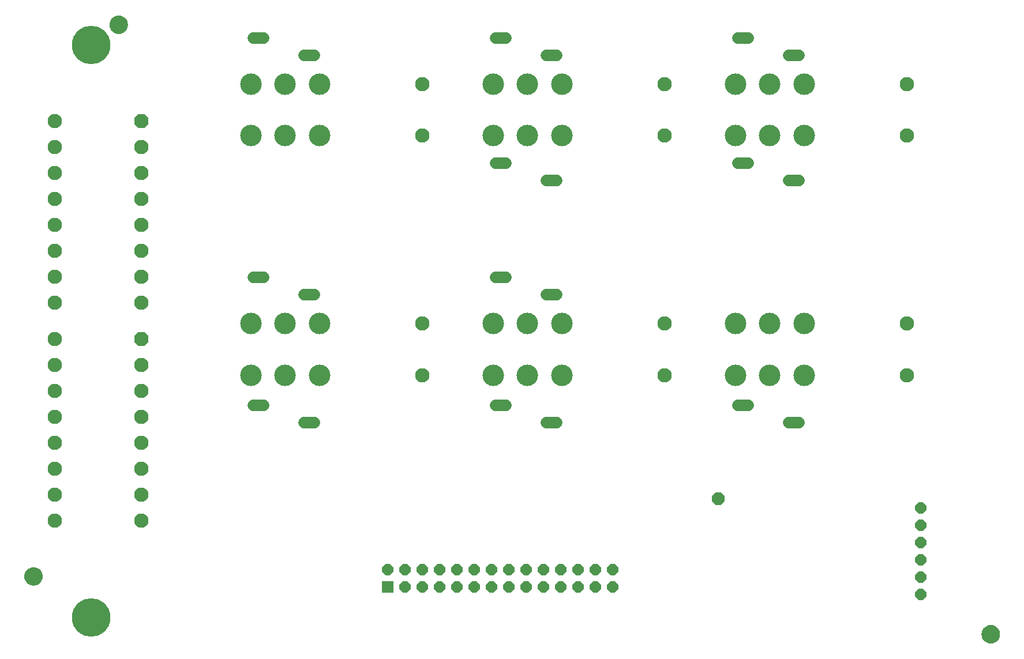
<source format=gbs>
G75*
%MOIN*%
%OFA0B0*%
%FSLAX25Y25*%
%IPPOS*%
%LPD*%
%AMOC8*
5,1,8,0,0,1.08239X$1,22.5*
%
%ADD10C,0.13198*%
%ADD11OC8,0.06506*%
%ADD12R,0.06506X0.06506*%
%ADD13C,0.00500*%
%ADD14C,0.12411*%
%ADD15C,0.08277*%
%ADD16C,0.06600*%
%ADD17OC8,0.08277*%
%ADD18OC8,0.07096*%
%ADD19C,0.22254*%
D10*
X0137995Y0087673D03*
X0137995Y0418382D03*
D11*
X0309333Y0115232D03*
X0319333Y0115232D03*
X0329333Y0115232D03*
X0339333Y0115232D03*
X0349333Y0115232D03*
X0359333Y0115232D03*
X0369333Y0115232D03*
X0379333Y0115232D03*
X0389333Y0115232D03*
X0399333Y0115232D03*
X0409333Y0115232D03*
X0419333Y0115232D03*
X0429333Y0115232D03*
X0439333Y0115232D03*
X0439333Y0105232D03*
X0429333Y0105232D03*
X0419333Y0105232D03*
X0409333Y0105232D03*
X0399333Y0105232D03*
X0389333Y0105232D03*
X0379333Y0105232D03*
X0369333Y0105232D03*
X0359333Y0105232D03*
X0349333Y0105232D03*
X0339333Y0105232D03*
X0329333Y0105232D03*
X0319333Y0105232D03*
X0617188Y0100770D03*
X0617188Y0110770D03*
X0617188Y0120770D03*
X0617188Y0130770D03*
X0617188Y0140770D03*
X0617188Y0150770D03*
D12*
X0309333Y0105232D03*
D13*
X0109530Y0111295D02*
X0109454Y0110427D01*
X0109229Y0109585D01*
X0108860Y0108795D01*
X0108360Y0108081D01*
X0107744Y0107465D01*
X0107030Y0106965D01*
X0106240Y0106597D01*
X0105398Y0106371D01*
X0104530Y0106295D01*
X0103662Y0106371D01*
X0102820Y0106597D01*
X0102030Y0106965D01*
X0101316Y0107465D01*
X0100700Y0108081D01*
X0100200Y0108795D01*
X0099832Y0109585D01*
X0099606Y0110427D01*
X0099530Y0111295D01*
X0099606Y0112164D01*
X0099832Y0113005D01*
X0100200Y0113795D01*
X0100700Y0114509D01*
X0101316Y0115125D01*
X0102030Y0115625D01*
X0102820Y0115994D01*
X0103662Y0116219D01*
X0104530Y0116295D01*
X0105398Y0116219D01*
X0106240Y0115994D01*
X0107030Y0115625D01*
X0107744Y0115125D01*
X0108360Y0114509D01*
X0108860Y0113795D01*
X0109229Y0113005D01*
X0109454Y0112164D01*
X0109530Y0111295D01*
X0109522Y0111384D02*
X0099538Y0111384D01*
X0099566Y0110886D02*
X0109494Y0110886D01*
X0109444Y0110387D02*
X0099617Y0110387D01*
X0099750Y0109889D02*
X0109310Y0109889D01*
X0109138Y0109390D02*
X0099923Y0109390D01*
X0100155Y0108892D02*
X0108905Y0108892D01*
X0108579Y0108393D02*
X0100482Y0108393D01*
X0100887Y0107895D02*
X0108174Y0107895D01*
X0107646Y0107396D02*
X0101415Y0107396D01*
X0102175Y0106898D02*
X0106885Y0106898D01*
X0105502Y0106399D02*
X0103558Y0106399D01*
X0099582Y0111883D02*
X0109479Y0111883D01*
X0109396Y0112381D02*
X0099664Y0112381D01*
X0099798Y0112880D02*
X0109262Y0112880D01*
X0109055Y0113378D02*
X0100006Y0113378D01*
X0100257Y0113877D02*
X0108803Y0113877D01*
X0108454Y0114375D02*
X0100606Y0114375D01*
X0101065Y0114874D02*
X0107996Y0114874D01*
X0107392Y0115372D02*
X0101669Y0115372D01*
X0102556Y0115871D02*
X0106504Y0115871D01*
X0152875Y0425269D02*
X0152033Y0425494D01*
X0151243Y0425863D01*
X0150529Y0426363D01*
X0149913Y0426979D01*
X0149413Y0427693D01*
X0149044Y0428483D01*
X0148819Y0429325D01*
X0148743Y0430193D01*
X0148819Y0431061D01*
X0149044Y0431903D01*
X0149413Y0432693D01*
X0149913Y0433407D01*
X0150529Y0434023D01*
X0151243Y0434523D01*
X0152033Y0434891D01*
X0152875Y0435117D01*
X0153743Y0435193D01*
X0154611Y0435117D01*
X0155453Y0434891D01*
X0156243Y0434523D01*
X0156957Y0434023D01*
X0157573Y0433407D01*
X0158073Y0432693D01*
X0158441Y0431903D01*
X0158667Y0431061D01*
X0158743Y0430193D01*
X0158667Y0429325D01*
X0158441Y0428483D01*
X0158073Y0427693D01*
X0157573Y0426979D01*
X0156957Y0426363D01*
X0156243Y0425863D01*
X0155453Y0425494D01*
X0154611Y0425269D01*
X0153743Y0425193D01*
X0152875Y0425269D01*
X0152212Y0425446D02*
X0155273Y0425446D01*
X0156360Y0425945D02*
X0151126Y0425945D01*
X0150448Y0426443D02*
X0157037Y0426443D01*
X0157536Y0426942D02*
X0149950Y0426942D01*
X0149589Y0427440D02*
X0157896Y0427440D01*
X0158188Y0427939D02*
X0149298Y0427939D01*
X0149065Y0428437D02*
X0158420Y0428437D01*
X0158563Y0428936D02*
X0148923Y0428936D01*
X0148809Y0429434D02*
X0158676Y0429434D01*
X0158720Y0429933D02*
X0148766Y0429933D01*
X0148764Y0430431D02*
X0158722Y0430431D01*
X0158678Y0430930D02*
X0148807Y0430930D01*
X0148917Y0431428D02*
X0158568Y0431428D01*
X0158430Y0431927D02*
X0149055Y0431927D01*
X0149288Y0432426D02*
X0158198Y0432426D01*
X0157911Y0432924D02*
X0149574Y0432924D01*
X0149928Y0433423D02*
X0157557Y0433423D01*
X0157059Y0433921D02*
X0150427Y0433921D01*
X0151095Y0434420D02*
X0156391Y0434420D01*
X0155353Y0434918D02*
X0152132Y0434918D01*
X0653850Y0081045D02*
X0654466Y0081661D01*
X0655180Y0082161D01*
X0655970Y0082529D01*
X0656812Y0082755D01*
X0657680Y0082831D01*
X0658548Y0082755D01*
X0659390Y0082529D01*
X0660180Y0082161D01*
X0660894Y0081661D01*
X0661510Y0081045D01*
X0662010Y0080331D01*
X0662378Y0079541D01*
X0662604Y0078699D01*
X0662680Y0077831D01*
X0662604Y0076962D01*
X0662378Y0076121D01*
X0662010Y0075331D01*
X0661510Y0074617D01*
X0660894Y0074000D01*
X0660180Y0073501D01*
X0659390Y0073132D01*
X0658548Y0072907D01*
X0657680Y0072831D01*
X0656812Y0072907D01*
X0655970Y0073132D01*
X0655180Y0073501D01*
X0654466Y0074000D01*
X0653850Y0074617D01*
X0653350Y0075331D01*
X0652981Y0076121D01*
X0652756Y0076962D01*
X0652680Y0077831D01*
X0652756Y0078699D01*
X0652981Y0079541D01*
X0653350Y0080331D01*
X0653850Y0081045D01*
X0653801Y0080975D02*
X0661559Y0080975D01*
X0661908Y0080477D02*
X0653452Y0080477D01*
X0653185Y0079978D02*
X0662174Y0079978D01*
X0662395Y0079479D02*
X0652965Y0079479D01*
X0652831Y0078981D02*
X0662528Y0078981D01*
X0662623Y0078482D02*
X0652737Y0078482D01*
X0652693Y0077984D02*
X0662666Y0077984D01*
X0662650Y0077485D02*
X0652710Y0077485D01*
X0652754Y0076987D02*
X0662606Y0076987D01*
X0662477Y0076488D02*
X0652883Y0076488D01*
X0653042Y0075990D02*
X0662317Y0075990D01*
X0662085Y0075491D02*
X0653275Y0075491D01*
X0653586Y0074993D02*
X0661773Y0074993D01*
X0661388Y0074494D02*
X0653972Y0074494D01*
X0654472Y0073996D02*
X0660887Y0073996D01*
X0660173Y0073497D02*
X0655187Y0073497D01*
X0656468Y0072999D02*
X0658892Y0072999D01*
X0661081Y0081474D02*
X0654278Y0081474D01*
X0654910Y0081972D02*
X0660449Y0081972D01*
X0659516Y0082471D02*
X0655844Y0082471D01*
D14*
X0549766Y0227638D03*
X0529924Y0227638D03*
X0510081Y0227638D03*
X0510081Y0257402D03*
X0529924Y0257402D03*
X0549766Y0257402D03*
X0409766Y0257402D03*
X0389924Y0257402D03*
X0370081Y0257402D03*
X0370081Y0227638D03*
X0389924Y0227638D03*
X0409766Y0227638D03*
X0269766Y0227638D03*
X0249924Y0227638D03*
X0230081Y0227638D03*
X0230081Y0257402D03*
X0249924Y0257402D03*
X0269766Y0257402D03*
X0269766Y0366138D03*
X0249924Y0366138D03*
X0230081Y0366138D03*
X0230081Y0395902D03*
X0249924Y0395902D03*
X0269766Y0395902D03*
X0370081Y0395902D03*
X0389924Y0395902D03*
X0409766Y0395902D03*
X0409766Y0366138D03*
X0389924Y0366138D03*
X0370081Y0366138D03*
X0510081Y0366138D03*
X0529924Y0366138D03*
X0549766Y0366138D03*
X0549766Y0395902D03*
X0529924Y0395902D03*
X0510081Y0395902D03*
D15*
X0469294Y0395902D03*
X0469294Y0366138D03*
X0609294Y0366138D03*
X0609294Y0395902D03*
X0609294Y0257402D03*
X0609294Y0227638D03*
X0469294Y0227638D03*
X0469294Y0257402D03*
X0329294Y0257402D03*
X0329294Y0227638D03*
X0166932Y0233441D03*
X0166932Y0218441D03*
X0166932Y0203441D03*
X0166932Y0188441D03*
X0166932Y0173441D03*
X0166932Y0158441D03*
X0166932Y0143441D03*
X0116932Y0143441D03*
X0116932Y0158441D03*
X0116932Y0173441D03*
X0116932Y0188441D03*
X0116932Y0203441D03*
X0116932Y0218441D03*
X0116932Y0233441D03*
X0116932Y0248441D03*
X0116932Y0269425D03*
X0116932Y0284425D03*
X0116932Y0299425D03*
X0116932Y0314425D03*
X0116932Y0329425D03*
X0116932Y0344425D03*
X0116932Y0359425D03*
X0116932Y0374425D03*
X0166932Y0359425D03*
X0166932Y0344425D03*
X0166932Y0329425D03*
X0166932Y0314425D03*
X0166932Y0299425D03*
X0166932Y0284425D03*
X0166932Y0269425D03*
X0329294Y0366138D03*
X0329294Y0395902D03*
D16*
X0371424Y0422520D02*
X0377424Y0422520D01*
X0400951Y0412520D02*
X0406951Y0412520D01*
X0377424Y0350020D02*
X0371424Y0350020D01*
X0400951Y0340020D02*
X0406951Y0340020D01*
X0377424Y0284020D02*
X0371424Y0284020D01*
X0400951Y0274020D02*
X0406951Y0274020D01*
X0377424Y0210020D02*
X0371424Y0210020D01*
X0400951Y0200020D02*
X0406951Y0200020D01*
X0511424Y0210020D02*
X0517424Y0210020D01*
X0540951Y0200020D02*
X0546951Y0200020D01*
X0546951Y0340020D02*
X0540951Y0340020D01*
X0517424Y0350020D02*
X0511424Y0350020D01*
X0540951Y0412520D02*
X0546951Y0412520D01*
X0517424Y0422520D02*
X0511424Y0422520D01*
X0266951Y0412520D02*
X0260951Y0412520D01*
X0237424Y0422520D02*
X0231424Y0422520D01*
X0231424Y0284020D02*
X0237424Y0284020D01*
X0260951Y0274020D02*
X0266951Y0274020D01*
X0237424Y0210270D02*
X0231424Y0210270D01*
X0260951Y0200270D02*
X0266951Y0200270D01*
D17*
X0166932Y0248441D03*
X0166932Y0374425D03*
D18*
X0500188Y0156020D03*
D19*
X0137995Y0087673D03*
X0137995Y0418382D03*
M02*

</source>
